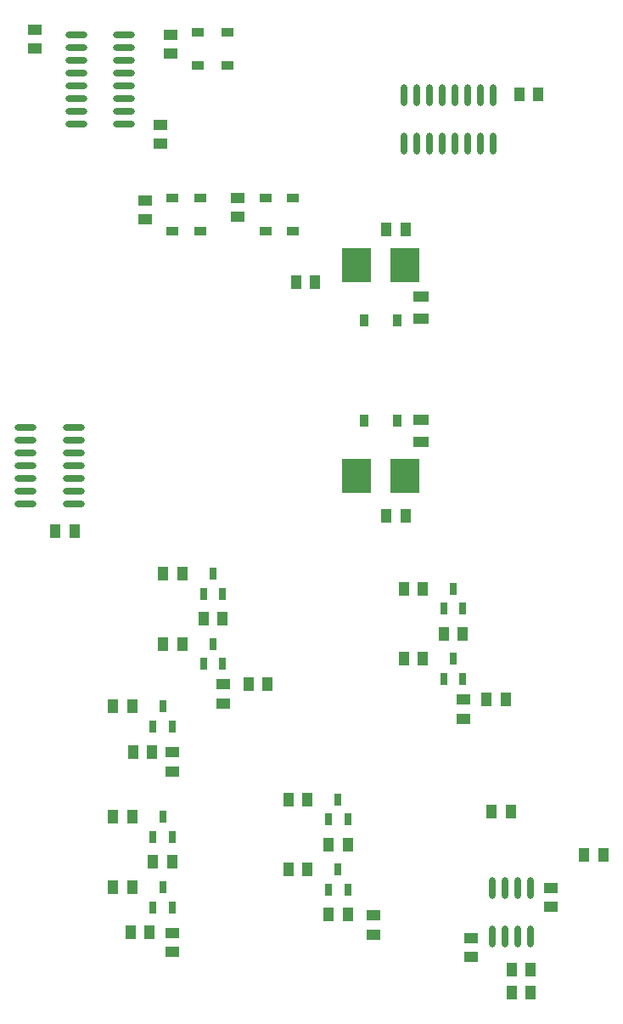
<source format=gbp>
G04 Layer_Color=128*
%FSAX44Y44*%
%MOMM*%
G71*
G01*
G75*
%ADD23R,1.0000X1.4000*%
%ADD24R,0.8000X1.1500*%
%ADD25R,1.4000X1.0000*%
%ADD26R,1.1000X1.4500*%
%ADD27R,2.8500X3.4000*%
%ADD28R,1.5500X1.0500*%
%ADD29R,0.9100X1.2200*%
%ADD30O,0.6000X2.2000*%
%ADD31R,1.4500X1.1000*%
%ADD32R,1.2200X0.9100*%
%ADD33O,2.2000X0.6000*%
D23*
X01155500Y01095000D02*
D03*
X01174500D02*
D03*
X01157000Y01140000D02*
D03*
X01178000Y01165000D02*
D03*
X01197000D02*
D03*
X01157000Y01210000D02*
D03*
X01158000Y01275000D02*
D03*
X01177000D02*
D03*
X01157000Y01320000D02*
D03*
X01138000D02*
D03*
X01138000Y01210000D02*
D03*
Y01140000D02*
D03*
X01313000Y01157500D02*
D03*
X01332000D02*
D03*
X01353000Y01182500D02*
D03*
X01372000D02*
D03*
X01332000Y01227500D02*
D03*
X01313000D02*
D03*
X01353000Y01112500D02*
D03*
X01372000D02*
D03*
X01535500Y01057500D02*
D03*
X01554500D02*
D03*
X01554500Y01035000D02*
D03*
X01535500D02*
D03*
X01627000Y01172500D02*
D03*
X01608000D02*
D03*
X01529500Y01327500D02*
D03*
X01510500D02*
D03*
X01487000Y01392500D02*
D03*
X01468000D02*
D03*
X01447000Y01367500D02*
D03*
Y01437500D02*
D03*
X01428000D02*
D03*
Y01367500D02*
D03*
X01292000Y01342500D02*
D03*
X01273000D02*
D03*
X01207000Y01382500D02*
D03*
X01247000Y01407500D02*
D03*
X01207000Y01452500D02*
D03*
X01228000Y01407500D02*
D03*
X01188000Y01452500D02*
D03*
X01188000Y01382500D02*
D03*
X01339500Y01742500D02*
D03*
X01320500D02*
D03*
D24*
X01178000Y01120000D02*
D03*
X01197000D02*
D03*
X01187500Y01140000D02*
D03*
X01178000Y01190000D02*
D03*
X01197000D02*
D03*
X01187500Y01210000D02*
D03*
X01197000Y01300000D02*
D03*
X01178000D02*
D03*
X01187500Y01320000D02*
D03*
X01228000Y01362500D02*
D03*
X01247000D02*
D03*
X01237500Y01382500D02*
D03*
X01247000Y01432500D02*
D03*
X01237500Y01452500D02*
D03*
X01228000Y01432500D02*
D03*
X01362500Y01227500D02*
D03*
X01353000Y01207500D02*
D03*
X01362500Y01157500D02*
D03*
X01353000Y01137500D02*
D03*
X01372000D02*
D03*
Y01207500D02*
D03*
X01468000Y01347500D02*
D03*
X01487000D02*
D03*
X01477500Y01367500D02*
D03*
X01468000Y01417500D02*
D03*
X01487000D02*
D03*
X01477500Y01437500D02*
D03*
D25*
X01197500Y01075500D02*
D03*
Y01094500D02*
D03*
Y01255500D02*
D03*
Y01274500D02*
D03*
X01247500Y01323000D02*
D03*
Y01342000D02*
D03*
X01487500Y01308000D02*
D03*
Y01327000D02*
D03*
X01397500Y01112000D02*
D03*
Y01093000D02*
D03*
X01262500Y01808000D02*
D03*
Y01827000D02*
D03*
X01170000Y01824500D02*
D03*
Y01805500D02*
D03*
X01195000Y01970500D02*
D03*
Y01989500D02*
D03*
D26*
X01515500Y01215000D02*
D03*
X01534500D02*
D03*
X01429500Y01510000D02*
D03*
X01410500D02*
D03*
Y01795000D02*
D03*
X01429500D02*
D03*
X01543000Y01930000D02*
D03*
X01562000D02*
D03*
X01099500Y01495000D02*
D03*
X01080500D02*
D03*
D27*
X01429250Y01550000D02*
D03*
X01380750D02*
D03*
X01429250Y01760000D02*
D03*
X01380750D02*
D03*
D28*
X01445000Y01584000D02*
D03*
Y01606000D02*
D03*
Y01706500D02*
D03*
Y01728500D02*
D03*
D29*
X01421500Y01605000D02*
D03*
X01388500D02*
D03*
X01421500Y01705000D02*
D03*
X01388500D02*
D03*
D30*
X01515950Y01091000D02*
D03*
X01528650D02*
D03*
X01541350D02*
D03*
X01554050D02*
D03*
Y01139000D02*
D03*
X01541350D02*
D03*
X01528650D02*
D03*
X01515950D02*
D03*
X01516948Y01880994D02*
D03*
X01504248D02*
D03*
X01491548D02*
D03*
Y01928994D02*
D03*
X01504248D02*
D03*
X01516948D02*
D03*
X01478848D02*
D03*
X01466148D02*
D03*
X01453448D02*
D03*
Y01880994D02*
D03*
X01466148D02*
D03*
X01478848D02*
D03*
X01440748Y01928994D02*
D03*
X01428048D02*
D03*
Y01880994D02*
D03*
X01440748D02*
D03*
D31*
X01495000Y01070500D02*
D03*
Y01089500D02*
D03*
X01575000Y01120500D02*
D03*
Y01139500D02*
D03*
X01185000Y01880500D02*
D03*
Y01899500D02*
D03*
X01060000Y01994500D02*
D03*
Y01975500D02*
D03*
D32*
X01290000Y01793500D02*
D03*
X01317500D02*
D03*
Y01826500D02*
D03*
X01290000D02*
D03*
X01225000D02*
D03*
Y01793500D02*
D03*
X01197500Y01826500D02*
D03*
Y01793500D02*
D03*
X01252500Y01958500D02*
D03*
Y01991500D02*
D03*
X01222500D02*
D03*
Y01958500D02*
D03*
D33*
X01099011Y01521902D02*
D03*
Y01534602D02*
D03*
Y01547302D02*
D03*
Y01560002D02*
D03*
Y01572702D02*
D03*
Y01585402D02*
D03*
Y01598102D02*
D03*
X01051011D02*
D03*
Y01585402D02*
D03*
Y01572702D02*
D03*
Y01560002D02*
D03*
Y01547302D02*
D03*
Y01534602D02*
D03*
Y01521902D02*
D03*
X01148990Y01900552D02*
D03*
Y01913252D02*
D03*
Y01925952D02*
D03*
Y01938652D02*
D03*
Y01951352D02*
D03*
Y01964052D02*
D03*
Y01976752D02*
D03*
Y01989452D02*
D03*
X01100990D02*
D03*
Y01976752D02*
D03*
Y01964052D02*
D03*
Y01951352D02*
D03*
Y01938652D02*
D03*
Y01925952D02*
D03*
Y01913252D02*
D03*
Y01900552D02*
D03*
M02*

</source>
